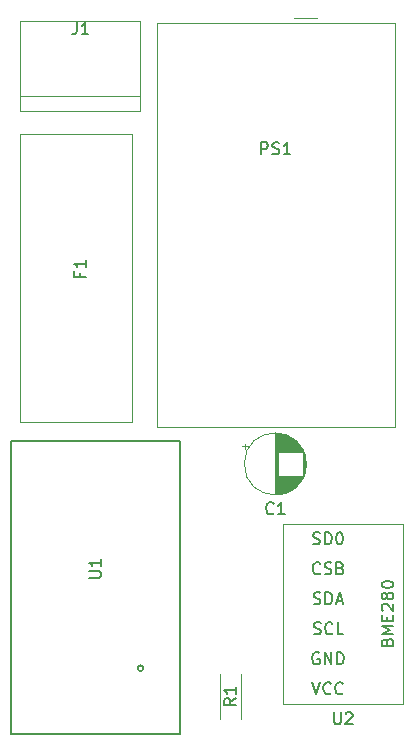
<source format=gbr>
%TF.GenerationSoftware,KiCad,Pcbnew,(5.1.9)-1*%
%TF.CreationDate,2021-08-24T10:41:20+02:00*%
%TF.ProjectId,PCB,5043422e-6b69-4636-9164-5f7063625858,rev?*%
%TF.SameCoordinates,Original*%
%TF.FileFunction,Legend,Top*%
%TF.FilePolarity,Positive*%
%FSLAX46Y46*%
G04 Gerber Fmt 4.6, Leading zero omitted, Abs format (unit mm)*
G04 Created by KiCad (PCBNEW (5.1.9)-1) date 2021-08-24 10:41:20*
%MOMM*%
%LPD*%
G01*
G04 APERTURE LIST*
%ADD10C,0.120000*%
%ADD11C,0.200000*%
%ADD12C,0.150000*%
G04 APERTURE END LIST*
D10*
%TO.C,U2*%
X127635000Y-100330000D02*
X117475000Y-100330000D01*
X117475000Y-100330000D02*
X117475000Y-85090000D01*
X117475000Y-85090000D02*
X127635000Y-85090000D01*
X127635000Y-85090000D02*
X127635000Y-100330000D01*
D11*
%TO.C,U1*%
X94450000Y-102870000D02*
X94450000Y-78060000D01*
X94450000Y-78060000D02*
X108750000Y-78060000D01*
X108750000Y-78060000D02*
X108750000Y-102870000D01*
X108750000Y-102870000D02*
X94450000Y-102870000D01*
X105650000Y-97310000D02*
G75*
G03*
X105650000Y-97310000I-250000J0D01*
G01*
D10*
%TO.C,R1*%
X112110000Y-101615000D02*
X112110000Y-97775000D01*
X113950000Y-101615000D02*
X113950000Y-97775000D01*
%TO.C,PS1*%
X126980000Y-42685000D02*
X106780000Y-42685000D01*
X106780000Y-42685000D02*
X106780000Y-76885000D01*
X106780000Y-76885000D02*
X126980000Y-76885000D01*
X126980000Y-76885000D02*
X126980000Y-42685000D01*
X120380000Y-42295000D02*
X118370000Y-42295000D01*
%TO.C,J1*%
X105410000Y-48895000D02*
X95250000Y-48895000D01*
X105410000Y-50165000D02*
X105410000Y-42545000D01*
X105410000Y-42545000D02*
X95250000Y-42545000D01*
X95250000Y-42545000D02*
X95250000Y-50165000D01*
X95250000Y-50165000D02*
X105410000Y-50165000D01*
%TO.C,F1*%
X95250000Y-76470000D02*
X104650000Y-76470000D01*
X95250000Y-52070000D02*
X104650000Y-52070000D01*
X95250000Y-76470000D02*
X95250000Y-52070000D01*
X104650000Y-76470000D02*
X104650000Y-52070000D01*
%TO.C,C1*%
X119440000Y-80010000D02*
G75*
G03*
X119440000Y-80010000I-2620000J0D01*
G01*
X116820000Y-77430000D02*
X116820000Y-82590000D01*
X116860000Y-77430000D02*
X116860000Y-82590000D01*
X116900000Y-77431000D02*
X116900000Y-82589000D01*
X116940000Y-77432000D02*
X116940000Y-82588000D01*
X116980000Y-77434000D02*
X116980000Y-82586000D01*
X117020000Y-77437000D02*
X117020000Y-82583000D01*
X117060000Y-77441000D02*
X117060000Y-78970000D01*
X117060000Y-81050000D02*
X117060000Y-82579000D01*
X117100000Y-77445000D02*
X117100000Y-78970000D01*
X117100000Y-81050000D02*
X117100000Y-82575000D01*
X117140000Y-77449000D02*
X117140000Y-78970000D01*
X117140000Y-81050000D02*
X117140000Y-82571000D01*
X117180000Y-77454000D02*
X117180000Y-78970000D01*
X117180000Y-81050000D02*
X117180000Y-82566000D01*
X117220000Y-77460000D02*
X117220000Y-78970000D01*
X117220000Y-81050000D02*
X117220000Y-82560000D01*
X117260000Y-77467000D02*
X117260000Y-78970000D01*
X117260000Y-81050000D02*
X117260000Y-82553000D01*
X117300000Y-77474000D02*
X117300000Y-78970000D01*
X117300000Y-81050000D02*
X117300000Y-82546000D01*
X117340000Y-77482000D02*
X117340000Y-78970000D01*
X117340000Y-81050000D02*
X117340000Y-82538000D01*
X117380000Y-77490000D02*
X117380000Y-78970000D01*
X117380000Y-81050000D02*
X117380000Y-82530000D01*
X117420000Y-77499000D02*
X117420000Y-78970000D01*
X117420000Y-81050000D02*
X117420000Y-82521000D01*
X117460000Y-77509000D02*
X117460000Y-78970000D01*
X117460000Y-81050000D02*
X117460000Y-82511000D01*
X117500000Y-77519000D02*
X117500000Y-78970000D01*
X117500000Y-81050000D02*
X117500000Y-82501000D01*
X117541000Y-77530000D02*
X117541000Y-78970000D01*
X117541000Y-81050000D02*
X117541000Y-82490000D01*
X117581000Y-77542000D02*
X117581000Y-78970000D01*
X117581000Y-81050000D02*
X117581000Y-82478000D01*
X117621000Y-77555000D02*
X117621000Y-78970000D01*
X117621000Y-81050000D02*
X117621000Y-82465000D01*
X117661000Y-77568000D02*
X117661000Y-78970000D01*
X117661000Y-81050000D02*
X117661000Y-82452000D01*
X117701000Y-77582000D02*
X117701000Y-78970000D01*
X117701000Y-81050000D02*
X117701000Y-82438000D01*
X117741000Y-77596000D02*
X117741000Y-78970000D01*
X117741000Y-81050000D02*
X117741000Y-82424000D01*
X117781000Y-77612000D02*
X117781000Y-78970000D01*
X117781000Y-81050000D02*
X117781000Y-82408000D01*
X117821000Y-77628000D02*
X117821000Y-78970000D01*
X117821000Y-81050000D02*
X117821000Y-82392000D01*
X117861000Y-77645000D02*
X117861000Y-78970000D01*
X117861000Y-81050000D02*
X117861000Y-82375000D01*
X117901000Y-77662000D02*
X117901000Y-78970000D01*
X117901000Y-81050000D02*
X117901000Y-82358000D01*
X117941000Y-77681000D02*
X117941000Y-78970000D01*
X117941000Y-81050000D02*
X117941000Y-82339000D01*
X117981000Y-77700000D02*
X117981000Y-78970000D01*
X117981000Y-81050000D02*
X117981000Y-82320000D01*
X118021000Y-77720000D02*
X118021000Y-78970000D01*
X118021000Y-81050000D02*
X118021000Y-82300000D01*
X118061000Y-77742000D02*
X118061000Y-78970000D01*
X118061000Y-81050000D02*
X118061000Y-82278000D01*
X118101000Y-77763000D02*
X118101000Y-78970000D01*
X118101000Y-81050000D02*
X118101000Y-82257000D01*
X118141000Y-77786000D02*
X118141000Y-78970000D01*
X118141000Y-81050000D02*
X118141000Y-82234000D01*
X118181000Y-77810000D02*
X118181000Y-78970000D01*
X118181000Y-81050000D02*
X118181000Y-82210000D01*
X118221000Y-77835000D02*
X118221000Y-78970000D01*
X118221000Y-81050000D02*
X118221000Y-82185000D01*
X118261000Y-77861000D02*
X118261000Y-78970000D01*
X118261000Y-81050000D02*
X118261000Y-82159000D01*
X118301000Y-77888000D02*
X118301000Y-78970000D01*
X118301000Y-81050000D02*
X118301000Y-82132000D01*
X118341000Y-77915000D02*
X118341000Y-78970000D01*
X118341000Y-81050000D02*
X118341000Y-82105000D01*
X118381000Y-77945000D02*
X118381000Y-78970000D01*
X118381000Y-81050000D02*
X118381000Y-82075000D01*
X118421000Y-77975000D02*
X118421000Y-78970000D01*
X118421000Y-81050000D02*
X118421000Y-82045000D01*
X118461000Y-78006000D02*
X118461000Y-78970000D01*
X118461000Y-81050000D02*
X118461000Y-82014000D01*
X118501000Y-78039000D02*
X118501000Y-78970000D01*
X118501000Y-81050000D02*
X118501000Y-81981000D01*
X118541000Y-78073000D02*
X118541000Y-78970000D01*
X118541000Y-81050000D02*
X118541000Y-81947000D01*
X118581000Y-78109000D02*
X118581000Y-78970000D01*
X118581000Y-81050000D02*
X118581000Y-81911000D01*
X118621000Y-78146000D02*
X118621000Y-78970000D01*
X118621000Y-81050000D02*
X118621000Y-81874000D01*
X118661000Y-78184000D02*
X118661000Y-78970000D01*
X118661000Y-81050000D02*
X118661000Y-81836000D01*
X118701000Y-78225000D02*
X118701000Y-78970000D01*
X118701000Y-81050000D02*
X118701000Y-81795000D01*
X118741000Y-78267000D02*
X118741000Y-78970000D01*
X118741000Y-81050000D02*
X118741000Y-81753000D01*
X118781000Y-78311000D02*
X118781000Y-78970000D01*
X118781000Y-81050000D02*
X118781000Y-81709000D01*
X118821000Y-78357000D02*
X118821000Y-78970000D01*
X118821000Y-81050000D02*
X118821000Y-81663000D01*
X118861000Y-78405000D02*
X118861000Y-78970000D01*
X118861000Y-81050000D02*
X118861000Y-81615000D01*
X118901000Y-78456000D02*
X118901000Y-78970000D01*
X118901000Y-81050000D02*
X118901000Y-81564000D01*
X118941000Y-78510000D02*
X118941000Y-78970000D01*
X118941000Y-81050000D02*
X118941000Y-81510000D01*
X118981000Y-78567000D02*
X118981000Y-78970000D01*
X118981000Y-81050000D02*
X118981000Y-81453000D01*
X119021000Y-78627000D02*
X119021000Y-78970000D01*
X119021000Y-81050000D02*
X119021000Y-81393000D01*
X119061000Y-78691000D02*
X119061000Y-78970000D01*
X119061000Y-81050000D02*
X119061000Y-81329000D01*
X119101000Y-78759000D02*
X119101000Y-78970000D01*
X119101000Y-81050000D02*
X119101000Y-81261000D01*
X119141000Y-78832000D02*
X119141000Y-81188000D01*
X119181000Y-78912000D02*
X119181000Y-81108000D01*
X119221000Y-78999000D02*
X119221000Y-81021000D01*
X119261000Y-79095000D02*
X119261000Y-80925000D01*
X119301000Y-79205000D02*
X119301000Y-80815000D01*
X119341000Y-79333000D02*
X119341000Y-80687000D01*
X119381000Y-79492000D02*
X119381000Y-80528000D01*
X119421000Y-79726000D02*
X119421000Y-80294000D01*
X114015225Y-78535000D02*
X114515225Y-78535000D01*
X114265225Y-78285000D02*
X114265225Y-78785000D01*
%TO.C,U2*%
D12*
X121793095Y-101052380D02*
X121793095Y-101861904D01*
X121840714Y-101957142D01*
X121888333Y-102004761D01*
X121983571Y-102052380D01*
X122174047Y-102052380D01*
X122269285Y-102004761D01*
X122316904Y-101957142D01*
X122364523Y-101861904D01*
X122364523Y-101052380D01*
X122793095Y-101147619D02*
X122840714Y-101100000D01*
X122935952Y-101052380D01*
X123174047Y-101052380D01*
X123269285Y-101100000D01*
X123316904Y-101147619D01*
X123364523Y-101242857D01*
X123364523Y-101338095D01*
X123316904Y-101480952D01*
X122745476Y-102052380D01*
X123364523Y-102052380D01*
X120023095Y-86764761D02*
X120165952Y-86812380D01*
X120404047Y-86812380D01*
X120499285Y-86764761D01*
X120546904Y-86717142D01*
X120594523Y-86621904D01*
X120594523Y-86526666D01*
X120546904Y-86431428D01*
X120499285Y-86383809D01*
X120404047Y-86336190D01*
X120213571Y-86288571D01*
X120118333Y-86240952D01*
X120070714Y-86193333D01*
X120023095Y-86098095D01*
X120023095Y-86002857D01*
X120070714Y-85907619D01*
X120118333Y-85860000D01*
X120213571Y-85812380D01*
X120451666Y-85812380D01*
X120594523Y-85860000D01*
X121023095Y-86812380D02*
X121023095Y-85812380D01*
X121261190Y-85812380D01*
X121404047Y-85860000D01*
X121499285Y-85955238D01*
X121546904Y-86050476D01*
X121594523Y-86240952D01*
X121594523Y-86383809D01*
X121546904Y-86574285D01*
X121499285Y-86669523D01*
X121404047Y-86764761D01*
X121261190Y-86812380D01*
X121023095Y-86812380D01*
X122213571Y-85812380D02*
X122308809Y-85812380D01*
X122404047Y-85860000D01*
X122451666Y-85907619D01*
X122499285Y-86002857D01*
X122546904Y-86193333D01*
X122546904Y-86431428D01*
X122499285Y-86621904D01*
X122451666Y-86717142D01*
X122404047Y-86764761D01*
X122308809Y-86812380D01*
X122213571Y-86812380D01*
X122118333Y-86764761D01*
X122070714Y-86717142D01*
X122023095Y-86621904D01*
X121975476Y-86431428D01*
X121975476Y-86193333D01*
X122023095Y-86002857D01*
X122070714Y-85907619D01*
X122118333Y-85860000D01*
X122213571Y-85812380D01*
X120618333Y-89257142D02*
X120570714Y-89304761D01*
X120427857Y-89352380D01*
X120332619Y-89352380D01*
X120189761Y-89304761D01*
X120094523Y-89209523D01*
X120046904Y-89114285D01*
X119999285Y-88923809D01*
X119999285Y-88780952D01*
X120046904Y-88590476D01*
X120094523Y-88495238D01*
X120189761Y-88400000D01*
X120332619Y-88352380D01*
X120427857Y-88352380D01*
X120570714Y-88400000D01*
X120618333Y-88447619D01*
X120999285Y-89304761D02*
X121142142Y-89352380D01*
X121380238Y-89352380D01*
X121475476Y-89304761D01*
X121523095Y-89257142D01*
X121570714Y-89161904D01*
X121570714Y-89066666D01*
X121523095Y-88971428D01*
X121475476Y-88923809D01*
X121380238Y-88876190D01*
X121189761Y-88828571D01*
X121094523Y-88780952D01*
X121046904Y-88733333D01*
X120999285Y-88638095D01*
X120999285Y-88542857D01*
X121046904Y-88447619D01*
X121094523Y-88400000D01*
X121189761Y-88352380D01*
X121427857Y-88352380D01*
X121570714Y-88400000D01*
X122332619Y-88828571D02*
X122475476Y-88876190D01*
X122523095Y-88923809D01*
X122570714Y-89019047D01*
X122570714Y-89161904D01*
X122523095Y-89257142D01*
X122475476Y-89304761D01*
X122380238Y-89352380D01*
X121999285Y-89352380D01*
X121999285Y-88352380D01*
X122332619Y-88352380D01*
X122427857Y-88400000D01*
X122475476Y-88447619D01*
X122523095Y-88542857D01*
X122523095Y-88638095D01*
X122475476Y-88733333D01*
X122427857Y-88780952D01*
X122332619Y-88828571D01*
X121999285Y-88828571D01*
X120070714Y-91844761D02*
X120213571Y-91892380D01*
X120451666Y-91892380D01*
X120546904Y-91844761D01*
X120594523Y-91797142D01*
X120642142Y-91701904D01*
X120642142Y-91606666D01*
X120594523Y-91511428D01*
X120546904Y-91463809D01*
X120451666Y-91416190D01*
X120261190Y-91368571D01*
X120165952Y-91320952D01*
X120118333Y-91273333D01*
X120070714Y-91178095D01*
X120070714Y-91082857D01*
X120118333Y-90987619D01*
X120165952Y-90940000D01*
X120261190Y-90892380D01*
X120499285Y-90892380D01*
X120642142Y-90940000D01*
X121070714Y-91892380D02*
X121070714Y-90892380D01*
X121308809Y-90892380D01*
X121451666Y-90940000D01*
X121546904Y-91035238D01*
X121594523Y-91130476D01*
X121642142Y-91320952D01*
X121642142Y-91463809D01*
X121594523Y-91654285D01*
X121546904Y-91749523D01*
X121451666Y-91844761D01*
X121308809Y-91892380D01*
X121070714Y-91892380D01*
X122023095Y-91606666D02*
X122499285Y-91606666D01*
X121927857Y-91892380D02*
X122261190Y-90892380D01*
X122594523Y-91892380D01*
X120094523Y-94384761D02*
X120237380Y-94432380D01*
X120475476Y-94432380D01*
X120570714Y-94384761D01*
X120618333Y-94337142D01*
X120665952Y-94241904D01*
X120665952Y-94146666D01*
X120618333Y-94051428D01*
X120570714Y-94003809D01*
X120475476Y-93956190D01*
X120285000Y-93908571D01*
X120189761Y-93860952D01*
X120142142Y-93813333D01*
X120094523Y-93718095D01*
X120094523Y-93622857D01*
X120142142Y-93527619D01*
X120189761Y-93480000D01*
X120285000Y-93432380D01*
X120523095Y-93432380D01*
X120665952Y-93480000D01*
X121665952Y-94337142D02*
X121618333Y-94384761D01*
X121475476Y-94432380D01*
X121380238Y-94432380D01*
X121237380Y-94384761D01*
X121142142Y-94289523D01*
X121094523Y-94194285D01*
X121046904Y-94003809D01*
X121046904Y-93860952D01*
X121094523Y-93670476D01*
X121142142Y-93575238D01*
X121237380Y-93480000D01*
X121380238Y-93432380D01*
X121475476Y-93432380D01*
X121618333Y-93480000D01*
X121665952Y-93527619D01*
X122570714Y-94432380D02*
X122094523Y-94432380D01*
X122094523Y-93432380D01*
X120523095Y-96020000D02*
X120427857Y-95972380D01*
X120285000Y-95972380D01*
X120142142Y-96020000D01*
X120046904Y-96115238D01*
X119999285Y-96210476D01*
X119951666Y-96400952D01*
X119951666Y-96543809D01*
X119999285Y-96734285D01*
X120046904Y-96829523D01*
X120142142Y-96924761D01*
X120285000Y-96972380D01*
X120380238Y-96972380D01*
X120523095Y-96924761D01*
X120570714Y-96877142D01*
X120570714Y-96543809D01*
X120380238Y-96543809D01*
X120999285Y-96972380D02*
X120999285Y-95972380D01*
X121570714Y-96972380D01*
X121570714Y-95972380D01*
X122046904Y-96972380D02*
X122046904Y-95972380D01*
X122285000Y-95972380D01*
X122427857Y-96020000D01*
X122523095Y-96115238D01*
X122570714Y-96210476D01*
X122618333Y-96400952D01*
X122618333Y-96543809D01*
X122570714Y-96734285D01*
X122523095Y-96829523D01*
X122427857Y-96924761D01*
X122285000Y-96972380D01*
X122046904Y-96972380D01*
X119951666Y-98512380D02*
X120285000Y-99512380D01*
X120618333Y-98512380D01*
X121523095Y-99417142D02*
X121475476Y-99464761D01*
X121332619Y-99512380D01*
X121237380Y-99512380D01*
X121094523Y-99464761D01*
X120999285Y-99369523D01*
X120951666Y-99274285D01*
X120904047Y-99083809D01*
X120904047Y-98940952D01*
X120951666Y-98750476D01*
X120999285Y-98655238D01*
X121094523Y-98560000D01*
X121237380Y-98512380D01*
X121332619Y-98512380D01*
X121475476Y-98560000D01*
X121523095Y-98607619D01*
X122523095Y-99417142D02*
X122475476Y-99464761D01*
X122332619Y-99512380D01*
X122237380Y-99512380D01*
X122094523Y-99464761D01*
X121999285Y-99369523D01*
X121951666Y-99274285D01*
X121904047Y-99083809D01*
X121904047Y-98940952D01*
X121951666Y-98750476D01*
X121999285Y-98655238D01*
X122094523Y-98560000D01*
X122237380Y-98512380D01*
X122332619Y-98512380D01*
X122475476Y-98560000D01*
X122523095Y-98607619D01*
X126293571Y-95090952D02*
X126341190Y-94948095D01*
X126388809Y-94900476D01*
X126484047Y-94852857D01*
X126626904Y-94852857D01*
X126722142Y-94900476D01*
X126769761Y-94948095D01*
X126817380Y-95043333D01*
X126817380Y-95424285D01*
X125817380Y-95424285D01*
X125817380Y-95090952D01*
X125865000Y-94995714D01*
X125912619Y-94948095D01*
X126007857Y-94900476D01*
X126103095Y-94900476D01*
X126198333Y-94948095D01*
X126245952Y-94995714D01*
X126293571Y-95090952D01*
X126293571Y-95424285D01*
X126817380Y-94424285D02*
X125817380Y-94424285D01*
X126531666Y-94090952D01*
X125817380Y-93757619D01*
X126817380Y-93757619D01*
X126293571Y-93281428D02*
X126293571Y-92948095D01*
X126817380Y-92805238D02*
X126817380Y-93281428D01*
X125817380Y-93281428D01*
X125817380Y-92805238D01*
X125912619Y-92424285D02*
X125865000Y-92376666D01*
X125817380Y-92281428D01*
X125817380Y-92043333D01*
X125865000Y-91948095D01*
X125912619Y-91900476D01*
X126007857Y-91852857D01*
X126103095Y-91852857D01*
X126245952Y-91900476D01*
X126817380Y-92471904D01*
X126817380Y-91852857D01*
X126245952Y-91281428D02*
X126198333Y-91376666D01*
X126150714Y-91424285D01*
X126055476Y-91471904D01*
X126007857Y-91471904D01*
X125912619Y-91424285D01*
X125865000Y-91376666D01*
X125817380Y-91281428D01*
X125817380Y-91090952D01*
X125865000Y-90995714D01*
X125912619Y-90948095D01*
X126007857Y-90900476D01*
X126055476Y-90900476D01*
X126150714Y-90948095D01*
X126198333Y-90995714D01*
X126245952Y-91090952D01*
X126245952Y-91281428D01*
X126293571Y-91376666D01*
X126341190Y-91424285D01*
X126436428Y-91471904D01*
X126626904Y-91471904D01*
X126722142Y-91424285D01*
X126769761Y-91376666D01*
X126817380Y-91281428D01*
X126817380Y-91090952D01*
X126769761Y-90995714D01*
X126722142Y-90948095D01*
X126626904Y-90900476D01*
X126436428Y-90900476D01*
X126341190Y-90948095D01*
X126293571Y-90995714D01*
X126245952Y-91090952D01*
X125817380Y-90281428D02*
X125817380Y-90186190D01*
X125865000Y-90090952D01*
X125912619Y-90043333D01*
X126007857Y-89995714D01*
X126198333Y-89948095D01*
X126436428Y-89948095D01*
X126626904Y-89995714D01*
X126722142Y-90043333D01*
X126769761Y-90090952D01*
X126817380Y-90186190D01*
X126817380Y-90281428D01*
X126769761Y-90376666D01*
X126722142Y-90424285D01*
X126626904Y-90471904D01*
X126436428Y-90519523D01*
X126198333Y-90519523D01*
X126007857Y-90471904D01*
X125912619Y-90424285D01*
X125865000Y-90376666D01*
X125817380Y-90281428D01*
%TO.C,U1*%
X101052126Y-89662259D02*
X101862026Y-89662259D01*
X101957308Y-89614617D01*
X102004950Y-89566976D01*
X102052591Y-89471694D01*
X102052591Y-89281129D01*
X102004950Y-89185847D01*
X101957308Y-89138205D01*
X101862026Y-89090564D01*
X101052126Y-89090564D01*
X102052591Y-88090099D02*
X102052591Y-88661794D01*
X102052591Y-88375946D02*
X101052126Y-88375946D01*
X101195049Y-88471229D01*
X101290332Y-88566511D01*
X101337973Y-88661794D01*
%TO.C,R1*%
X113482380Y-99861666D02*
X113006190Y-100195000D01*
X113482380Y-100433095D02*
X112482380Y-100433095D01*
X112482380Y-100052142D01*
X112530000Y-99956904D01*
X112577619Y-99909285D01*
X112672857Y-99861666D01*
X112815714Y-99861666D01*
X112910952Y-99909285D01*
X112958571Y-99956904D01*
X113006190Y-100052142D01*
X113006190Y-100433095D01*
X113482380Y-98909285D02*
X113482380Y-99480714D01*
X113482380Y-99195000D02*
X112482380Y-99195000D01*
X112625238Y-99290238D01*
X112720476Y-99385476D01*
X112768095Y-99480714D01*
%TO.C,PS1*%
X115625714Y-53792380D02*
X115625714Y-52792380D01*
X116006666Y-52792380D01*
X116101904Y-52840000D01*
X116149523Y-52887619D01*
X116197142Y-52982857D01*
X116197142Y-53125714D01*
X116149523Y-53220952D01*
X116101904Y-53268571D01*
X116006666Y-53316190D01*
X115625714Y-53316190D01*
X116578095Y-53744761D02*
X116720952Y-53792380D01*
X116959047Y-53792380D01*
X117054285Y-53744761D01*
X117101904Y-53697142D01*
X117149523Y-53601904D01*
X117149523Y-53506666D01*
X117101904Y-53411428D01*
X117054285Y-53363809D01*
X116959047Y-53316190D01*
X116768571Y-53268571D01*
X116673333Y-53220952D01*
X116625714Y-53173333D01*
X116578095Y-53078095D01*
X116578095Y-52982857D01*
X116625714Y-52887619D01*
X116673333Y-52840000D01*
X116768571Y-52792380D01*
X117006666Y-52792380D01*
X117149523Y-52840000D01*
X118101904Y-53792380D02*
X117530476Y-53792380D01*
X117816190Y-53792380D02*
X117816190Y-52792380D01*
X117720952Y-52935238D01*
X117625714Y-53030476D01*
X117530476Y-53078095D01*
%TO.C,J1*%
X99996666Y-42632380D02*
X99996666Y-43346666D01*
X99949047Y-43489523D01*
X99853809Y-43584761D01*
X99710952Y-43632380D01*
X99615714Y-43632380D01*
X100996666Y-43632380D02*
X100425238Y-43632380D01*
X100710952Y-43632380D02*
X100710952Y-42632380D01*
X100615714Y-42775238D01*
X100520476Y-42870476D01*
X100425238Y-42918095D01*
%TO.C,F1*%
X100258571Y-63833333D02*
X100258571Y-64166666D01*
X100782380Y-64166666D02*
X99782380Y-64166666D01*
X99782380Y-63690476D01*
X100782380Y-62785714D02*
X100782380Y-63357142D01*
X100782380Y-63071428D02*
X99782380Y-63071428D01*
X99925238Y-63166666D01*
X100020476Y-63261904D01*
X100068095Y-63357142D01*
%TO.C,C1*%
X116673333Y-84177142D02*
X116625714Y-84224761D01*
X116482857Y-84272380D01*
X116387619Y-84272380D01*
X116244761Y-84224761D01*
X116149523Y-84129523D01*
X116101904Y-84034285D01*
X116054285Y-83843809D01*
X116054285Y-83700952D01*
X116101904Y-83510476D01*
X116149523Y-83415238D01*
X116244761Y-83320000D01*
X116387619Y-83272380D01*
X116482857Y-83272380D01*
X116625714Y-83320000D01*
X116673333Y-83367619D01*
X117625714Y-84272380D02*
X117054285Y-84272380D01*
X117340000Y-84272380D02*
X117340000Y-83272380D01*
X117244761Y-83415238D01*
X117149523Y-83510476D01*
X117054285Y-83558095D01*
%TD*%
M02*

</source>
